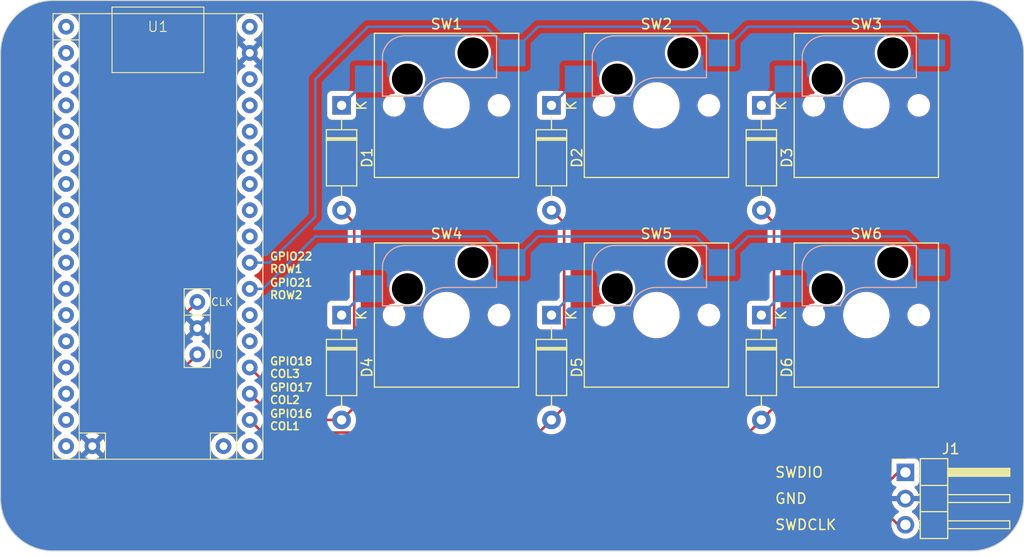
<source format=kicad_pcb>
(kicad_pcb (version 20221018) (generator pcbnew)
  (layers (0 "F.Cu" signal) (31 "B.Cu" signal) (34 "B.Paste" user) (35 "F.Paste" user) (36 "B.SilkS" user "B.Silkscreen") (37 "F.SilkS" user "F.Silkscreen") (38 "B.Mask" user) (39 "F.Mask" user) (44 "Edge.Cuts" user))
  (net 0 "")
  (net 1 "Net-(D1-K)")
  (net 2 "/COL1")
  (net 3 "Net-(D2-K)")
  (net 4 "/COL2")
  (net 5 "Net-(D3-K)")
  (net 6 "/COL3")
  (net 7 "Net-(D4-K)")
  (net 8 "Net-(D5-K)")
  (net 9 "Net-(D6-K)")
  (net 10 "/SWDIO")
  (net 11 "GND")
  (net 12 "/SWDCLK")
  (net 13 "/ROW1")
  (net 14 "/ROW2")
  (footprint "Diode_THT:D_A-405_P10.16mm_Horizontal" (layer "F.Cu") (at 175.26 91.44 -90)
    (fp_text reference "D3" (at 5.08 -2.47 90) (layer "F.SilkS"))
    (fp_text value "D")
    (fp_text user "K" (at 0 -1.9 90) (layer "F.SilkS"))
    (fp_line (start 1.14 0) (end 2.36 0) (stroke (width 0.12)) (layer "F.SilkS"))
    (fp_line (start 2.36 -1.47) (end 2.36 1.47) (stroke (width 0.12)) (layer "F.SilkS"))
    (fp_line (start 2.36 1.47) (end 7.8 1.47) (stroke (width 0.12)) (layer "F.SilkS"))
    (fp_line (start 3.14 -1.47) (end 3.14 1.47) (stroke (width 0.12)) (layer "F.SilkS"))
    (fp_line (start 3.26 -1.47) (end 3.26 1.47) (stroke (width 0.12)) (layer "F.SilkS"))
    (fp_line (start 3.38 -1.47) (end 3.38 1.47) (stroke (width 0.12)) (layer "F.SilkS"))
    (fp_line (start 7.8 -1.47) (end 2.36 -1.47) (stroke (width 0.12)) (layer "F.SilkS"))
    (fp_line (start 7.8 1.47) (end 7.8 -1.47) (stroke (width 0.12)) (layer "F.SilkS"))
    (fp_line (start 9.02 0) (end 7.8 0) (stroke (width 0.12)) (layer "F.SilkS"))
    (pad "1" thru_hole rect (at 0 0 270) (size 1.8 1.8) (drill 0.9) (layers "*.Cu" "*.Mask") (net 5 "Net-(D3-K)"))
    (pad "2" thru_hole oval (at 10.16 0 270) (size 1.8 1.8) (drill 0.9) (layers "*.Cu" "*.Mask") (net 6 "/COL3"))
  )
  (footprint "Keyboard_Switch:SW_Cherry_MX_1.00u_Socket" (layer "F.Cu") (at 187.96 106.68)
    (fp_text reference "SW6" (at -2.54 -2.794) (layer "F.SilkS"))
    (fp_text value "SW_Push")
    (fp_line (start -8.74408 4.185536) (end -8.74408 0.244744) (stroke (width 0.12)) (layer "B.SilkS"))
    (fp_line (start -8.74408 4.185536) (end -5.06108 4.181744) (stroke (width 0.12)) (layer "B.SilkS"))
    (fp_line (start -2.52108 2.403744) (end 2.30492 2.403744) (stroke (width 0.12)) (layer "B.SilkS"))
    (fp_line (start 2.30492 -1.660256) (end -6.58508 -1.660256) (stroke (width 0.12)) (layer "B.SilkS"))
    (fp_line (start 2.30492 2.403744) (end 2.30492 -1.660256) (stroke (width 0.12)) (layer "B.SilkS"))
    (fp_arc (start -8.74408 0.244744) (mid -8.018786 -1.10919) (end -6.58508 -1.660256) (stroke (width 0.12)) (layer "B.SilkS"))
    (fp_arc (start -5.06108 4.181744) (mid -4.074771 2.887471) (end -2.52108 2.403744) (stroke (width 0.12)) (layer "B.SilkS"))
    (fp_line (start -9.525 -1.905) (end 4.445 -1.905) (stroke (width 0.12)) (layer "F.SilkS"))
    (fp_line (start -9.525 12.065) (end -9.525 -1.905) (stroke (width 0.12)) (layer "F.SilkS"))
    (fp_line (start 4.445 -1.905) (end 4.445 12.065) (stroke (width 0.12)) (layer "F.SilkS"))
    (fp_line (start 4.445 12.065) (end -9.525 12.065) (stroke (width 0.12)) (layer "F.SilkS"))
    (pad "" np_thru_hole circle (at -7.62 5.08) (size 1.7 1.7) (drill 1.7) (layers "*.Cu" "*.Mask"))
    (pad "" np_thru_hole circle (at -6.33108 2.530744 180) (size 3 3) (drill 3) (layers "*.Mask"))
    (pad "" np_thru_hole circle (at -2.54 5.08) (size 4 4) (drill 4) (layers "*.Cu" "*.Mask"))
    (pad "" np_thru_hole circle (at 0.01892 -0.009256 180) (size 3 3) (drill 3) (layers "*.Mask"))
    (pad "" np_thru_hole circle (at 2.54 5.08) (size 1.7 1.7) (drill 1.7) (layers "*.Cu" "*.Mask"))
    (pad "1" smd rect (at 3.79392 -0.009256 180) (size 2.6 2.6) (layers "B.Cu" "B.Paste" "B.Mask") (net 14 "/ROW2"))
    (pad "2" smd rect (at -10.10608 2.530744 180) (size 2.6 2.6) (layers "B.Cu" "B.Paste" "B.Mask") (net 9 "Net-(D6-K)"))
  )
  (footprint "Diode_THT:D_A-405_P10.16mm_Horizontal" (layer "F.Cu") (at 175.26 111.76 -90)
    (fp_text reference "D6" (at 5.08 -2.47 90) (layer "F.SilkS"))
    (fp_text value "D")
    (fp_text user "K" (at 0 -1.9 90) (layer "F.SilkS"))
    (fp_line (start 1.14 0) (end 2.36 0) (stroke (width 0.12)) (layer "F.SilkS"))
    (fp_line (start 2.36 -1.47) (end 2.36 1.47) (stroke (width 0.12)) (layer "F.SilkS"))
    (fp_line (start 2.36 1.47) (end 7.8 1.47) (stroke (width 0.12)) (layer "F.SilkS"))
    (fp_line (start 3.14 -1.47) (end 3.14 1.47) (stroke (width 0.12)) (layer "F.SilkS"))
    (fp_line (start 3.26 -1.47) (end 3.26 1.47) (stroke (width 0.12)) (layer "F.SilkS"))
    (fp_line (start 3.38 -1.47) (end 3.38 1.47) (stroke (width 0.12)) (layer "F.SilkS"))
    (fp_line (start 7.8 -1.47) (end 2.36 -1.47) (stroke (width 0.12)) (layer "F.SilkS"))
    (fp_line (start 7.8 1.47) (end 7.8 -1.47) (stroke (width 0.12)) (layer "F.SilkS"))
    (fp_line (start 9.02 0) (end 7.8 0) (stroke (width 0.12)) (layer "F.SilkS"))
    (pad "1" thru_hole rect (at 0 0 270) (size 1.8 1.8) (drill 0.9) (layers "*.Cu" "*.Mask") (net 9 "Net-(D6-K)"))
    (pad "2" thru_hole oval (at 10.16 0 270) (size 1.8 1.8) (drill 0.9) (layers "*.Cu" "*.Mask") (net 6 "/COL3"))
  )
  (footprint "Keyboard_Switch:SW_Cherry_MX_1.00u_Socket" (layer "F.Cu") (at 167.64 86.36)
    (fp_text reference "SW2" (at -2.54 -2.794) (layer "F.SilkS"))
    (fp_text value "SW_Push")
    (fp_line (start -8.74408 4.185536) (end -8.74408 0.244744) (stroke (width 0.12)) (layer "B.SilkS"))
    (fp_line (start -8.74408 4.185536) (end -5.06108 4.181744) (stroke (width 0.12)) (layer "B.SilkS"))
    (fp_line (start -2.52108 2.403744) (end 2.30492 2.403744) (stroke (width 0.12)) (layer "B.SilkS"))
    (fp_line (start 2.30492 -1.660256) (end -6.58508 -1.660256) (stroke (width 0.12)) (layer "B.SilkS"))
    (fp_line (start 2.30492 2.403744) (end 2.30492 -1.660256) (stroke (width 0.12)) (layer "B.SilkS"))
    (fp_arc (start -8.74408 0.244744) (mid -8.018786 -1.10919) (end -6.58508 -1.660256) (stroke (width 0.12)) (layer "B.SilkS"))
    (fp_arc (start -5.06108 4.181744) (mid -4.074771 2.887471) (end -2.52108 2.403744) (stroke (width 0.12)) (layer "B.SilkS"))
    (fp_line (start -9.525 -1.905) (end 4.445 -1.905) (stroke (width 0.12)) (layer "F.SilkS"))
    (fp_line (start -9.525 12.065) (end -9.525 -1.905) (stroke (width 0.12)) (layer "F.SilkS"))
    (fp_line (start 4.445 -1.905) (end 4.445 12.065) (stroke (width 0.12)) (layer "F.SilkS"))
    (fp_line (start 4.445 12.065) (end -9.525 12.065) (stroke (width 0.12)) (layer "F.SilkS"))
    (pad "" np_thru_hole circle (at -7.62 5.08) (size 1.7 1.7) (drill 1.7) (layers "*.Cu" "*.Mask"))
    (pad "" np_thru_hole circle (at -6.33108 2.530744 180) (size 3 3) (drill 3) (layers "*.Mask"))
    (pad "" np_thru_hole circle (at -2.54 5.08) (size 4 4) (drill 4) (layers "*.Cu" "*.Mask"))
    (pad "" np_thru_hole circle (at 0.01892 -0.009256 180) (size 3 3) (drill 3) (layers "*.Mask"))
    (pad "" np_thru_hole circle (at 2.54 5.08) (size 1.7 1.7) (drill 1.7) (layers "*.Cu" "*.Mask"))
    (pad "1" smd rect (at 3.79392 -0.009256 180) (size 2.6 2.6) (layers "B.Cu" "B.Paste" "B.Mask") (net 13 "/ROW1"))
    (pad "2" smd rect (at -10.10608 2.530744 180) (size 2.6 2.6) (layers "B.Cu" "B.Paste" "B.Mask") (net 3 "Net-(D2-K)"))
  )
  (footprint "Keyboard_Switch:SW_Cherry_MX_1.00u_Socket" (layer "F.Cu") (at 187.96 86.36)
    (fp_text reference "SW3" (at -2.54 -2.794) (layer "F.SilkS"))
    (fp_text value "SW_Push")
    (fp_line (start -8.74408 4.185536) (end -8.74408 0.244744) (stroke (width 0.12)) (layer "B.SilkS"))
    (fp_line (start -8.74408 4.185536) (end -5.06108 4.181744) (stroke (width 0.12)) (layer "B.SilkS"))
    (fp_line (start -2.52108 2.403744) (end 2.30492 2.403744) (stroke (width 0.12)) (layer "B.SilkS"))
    (fp_line (start 2.30492 -1.660256) (end -6.58508 -1.660256) (stroke (width 0.12)) (layer "B.SilkS"))
    (fp_line (start 2.30492 2.403744) (end 2.30492 -1.660256) (stroke (width 0.12)) (layer "B.SilkS"))
    (fp_arc (start -8.74408 0.244744) (mid -8.018786 -1.10919) (end -6.58508 -1.660256) (stroke (width 0.12)) (layer "B.SilkS"))
    (fp_arc (start -5.06108 4.181744) (mid -4.074771 2.887471) (end -2.52108 2.403744) (stroke (width 0.12)) (layer "B.SilkS"))
    (fp_line (start -9.525 -1.905) (end 4.445 -1.905) (stroke (width 0.12)) (layer "F.SilkS"))
    (fp_line (start -9.525 12.065) (end -9.525 -1.905) (stroke (width 0.12)) (layer "F.SilkS"))
    (fp_line (start 4.445 -1.905) (end 4.445 12.065) (stroke (width 0.12)) (layer "F.SilkS"))
    (fp_line (start 4.445 12.065) (end -9.525 12.065) (stroke (width 0.12)) (layer "F.SilkS"))
    (pad "" np_thru_hole circle (at -7.62 5.08) (size 1.7 1.7) (drill 1.7) (layers "*.Cu" "*.Mask"))
    (pad "" np_thru_hole circle (at -6.33108 2.530744 180) (size 3 3) (drill 3) (layers "*.Mask"))
    (pad "" np_thru_hole circle (at -2.54 5.08) (size 4 4) (drill 4) (layers "*.Cu" "*.Mask"))
    (pad "" np_thru_hole circle (at 0.01892 -0.009256 180) (size 3 3) (drill 3) (layers "*.Mask"))
    (pad "" np_thru_hole circle (at 2.54 5.08) (size 1.7 1.7) (drill 1.7) (layers "*.Cu" "*.Mask"))
    (pad "1" smd rect (at 3.79392 -0.009256 180) (size 2.6 2.6) (layers "B.Cu" "B.Paste" "B.Mask") (net 13 "/ROW1"))
    (pad "2" smd rect (at -10.10608 2.530744 180) (size 2.6 2.6) (layers "B.Cu" "B.Paste" "B.Mask") (net 5 "Net-(D3-K)"))
  )
  (footprint "Diode_THT:D_A-405_P10.16mm_Horizontal" (layer "F.Cu") (at 154.94 91.44 -90)
    (fp_text reference "D2" (at 5.08 -2.47 90) (layer "F.SilkS"))
    (fp_text value "D")
    (fp_text user "K" (at 0 -1.9 90) (layer "F.SilkS"))
    (fp_line (start 1.14 0) (end 2.36 0) (stroke (width 0.12)) (layer "F.SilkS"))
    (fp_line (start 2.36 -1.47) (end 2.36 1.47) (stroke (width 0.12)) (layer "F.SilkS"))
    (fp_line (start 2.36 1.47) (end 7.8 1.47) (stroke (width 0.12)) (layer "F.SilkS"))
    (fp_line (start 3.14 -1.47) (end 3.14 1.47) (stroke (width 0.12)) (layer "F.SilkS"))
    (fp_line (start 3.26 -1.47) (end 3.26 1.47) (stroke (width 0.12)) (layer "F.SilkS"))
    (fp_line (start 3.38 -1.47) (end 3.38 1.47) (stroke (width 0.12)) (layer "F.SilkS"))
    (fp_line (start 7.8 -1.47) (end 2.36 -1.47) (stroke (width 0.12)) (layer "F.SilkS"))
    (fp_line (start 7.8 1.47) (end 7.8 -1.47) (stroke (width 0.12)) (layer "F.SilkS"))
    (fp_line (start 9.02 0) (end 7.8 0) (stroke (width 0.12)) (layer "F.SilkS"))
    (pad "1" thru_hole rect (at 0 0 270) (size 1.8 1.8) (drill 0.9) (layers "*.Cu" "*.Mask") (net 3 "Net-(D2-K)"))
    (pad "2" thru_hole oval (at 10.16 0 270) (size 1.8 1.8) (drill 0.9) (layers "*.Cu" "*.Mask") (net 4 "/COL2"))
  )
  (footprint "Connector_PinHeader_2.54mm:PinHeader_1x03_P2.54mm_Horizontal" (layer "F.Cu") (at 189.204664 127)
    (fp_text reference "J1" (at 4.385 -2.27) (layer "F.SilkS"))
    (fp_text value "Conn_01x03_Pin")
    (fp_line (start -1.27 -1.27) (end 0 -1.27) (stroke (width 0.12)) (layer "F.SilkS"))
    (fp_line (start -1.27 0) (end -1.27 -1.27) (stroke (width 0.12)) (layer "F.SilkS"))
    (fp_line (start 1.042929 2.16) (end 1.44 2.16) (stroke (width 0.12)) (layer "F.SilkS"))
    (fp_line (start 1.042929 2.92) (end 1.44 2.92) (stroke (width 0.12)) (layer "F.SilkS"))
    (fp_line (start 1.042929 4.7) (end 1.44 4.7) (stroke (width 0.12)) (layer "F.SilkS"))
    (fp_line (start 1.042929 5.46) (end 1.44 5.46) (stroke (width 0.12)) (layer "F.SilkS"))
    (fp_line (start 1.11 -0.38) (end 1.44 -0.38) (stroke (width 0.12)) (layer "F.SilkS"))
    (fp_line (start 1.11 0.38) (end 1.44 0.38) (stroke (width 0.12)) (layer "F.SilkS"))
    (fp_line (start 1.44 -1.33) (end 1.44 6.41) (stroke (width 0.12)) (layer "F.SilkS"))
    (fp_line (start 1.44 1.27) (end 4.1 1.27) (stroke (width 0.12)) (layer "F.SilkS"))
    (fp_line (start 1.44 3.81) (end 4.1 3.81) (stroke (width 0.12)) (layer "F.SilkS"))
    (fp_line (start 1.44 6.41) (end 4.1 6.41) (stroke (width 0.12)) (layer "F.SilkS"))
    (fp_line (start 4.1 -1.33) (end 1.44 -1.33) (stroke (width 0.12)) (layer "F.SilkS"))
    (fp_line (start 4.1 -0.38) (end 10.1 -0.38) (stroke (width 0.12)) (layer "F.SilkS"))
    (fp_line (start 4.1 -0.32) (end 10.1 -0.32) (stroke (width 0.12)) (layer "F.SilkS"))
    (fp_line (start 4.1 -0.2) (end 10.1 -0.2) (stroke (width 0.12)) (layer "F.SilkS"))
    (fp_line (start 4.1 -0.08) (end 10.1 -0.08) (stroke (width 0.12)) (layer "F.SilkS"))
    (fp_line (start 4.1 0.04) (end 10.1 0.04) (stroke (width 0.12)) (layer "F.SilkS"))
    (fp_line (start 4.1 0.16) (end 10.1 0.16) (stroke (width 0.12)) (layer "F.SilkS"))
    (fp_line (start 4.1 0.28) (end 10.1 0.28) (stroke (width 0.12)) (layer "F.SilkS"))
    (fp_line (start 4.1 2.16) (end 10.1 2.16) (stroke (width 0.12)) (layer "F.SilkS"))
    (fp_line (start 4.1 4.7) (end 10.1 4.7) (stroke (width 0.12)) (layer "F.SilkS"))
    (fp_line (start 4.1 6.41) (end 4.1 -1.33) (stroke (width 0.12)) (layer "F.SilkS"))
    (fp_line (start 10.1 -0.38) (end 10.1 0.38) (stroke (width 0.12)) (layer "F.SilkS"))
    (fp_line (start 10.1 0.38) (end 4.1 0.38) (stroke (width 0.12)) (layer "F.SilkS"))
    (fp_line (start 10.1 2.16) (end 10.1 2.92) (stroke (width 0.12)) (layer "F.SilkS"))
    (fp_line (start 10.1 2.92) (end 4.1 2.92) (stroke (width 0.12)) (layer "F.SilkS"))
    (fp_line (start 10.1 4.7) (end 10.1 5.46) (stroke (width 0.12)) (layer "F.SilkS"))
    (fp_line (start 10.1 5.46) (end 4.1 5.46) (stroke (width 0.12)) (layer "F.SilkS"))
    (pad "1" thru_hole rect (at 0 0) (size 1.7 1.7) (drill 1) (layers "*.Cu" "*.Mask") (net 10 "/SWDIO"))
    (pad "2" thru_hole oval (at 0 2.54) (size 1.7 1.7) (drill 1) (layers "*.Cu" "*.Mask") (net 11 "GND"))
    (pad "3" thru_hole oval (at 0 5.08) (size 1.7 1.7) (drill 1) (layers "*.Cu" "*.Mask") (net 12 "/SWDCLK"))
  )
  (footprint "Keyboard_Switch:SW_Cherry_MX_1.00u_Socket" (layer "F.Cu") (at 147.32 106.68)
    (fp_text reference "SW4" (at -2.54 -2.794) (layer "F.SilkS"))
    (fp_text value "SW_Push")
    (fp_line (start -8.74408 4.185536) (end -8.74408 0.244744) (stroke (width 0.12)) (layer "B.SilkS"))
    (fp_line (start -8.74408 4.185536) (end -5.06108 4.181744) (stroke (width 0.12)) (layer "B.SilkS"))
    (fp_line (start -2.52108 2.403744) (end 2.30492 2.403744) (stroke (width 0.12)) (layer "B.SilkS"))
    (fp_line (start 2.30492 -1.660256) (end -6.58508 -1.660256) (stroke (width 0.12)) (layer "B.SilkS"))
    (fp_line (start 2.30492 2.403744) (end 2.30492 -1.660256) (stroke (width 0.12)) (layer "B.SilkS"))
    (fp_arc (start -8.74408 0.244744) (mid -8.018786 -1.10919) (end -6.58508 -1.660256) (stroke (width 0.12)) (layer "B.SilkS"))
    (fp_arc (start -5.06108 4.181744) (mid -4.074771 2.887471) (end -2.52108 2.403744) (stroke (width 0.12)) (layer "B.SilkS"))
    (fp_line (start -9.525 -1.905) (end 4.445 -1.905) (stroke (width 0.12)) (layer "F.SilkS"))
    (fp_line (start -9.525 12.065) (end -9.525 -1.905) (stroke (width 0.12)) (layer "F.SilkS"))
    (fp_line (start 4.445 -1.905) (end 4.445 12.065) (stroke (width 0.12)) (layer "F.SilkS"))
    (fp_line (start 4.445 12.065) (end -9.525 12.065) (stroke (width 0.12)) (layer "F.SilkS"))
    (pad "" np_thru_hole circle (at -7.62 5.08) (size 1.7 1.7) (drill 1.7) (layers "*.Cu" "*.Mask"))
    (pad "" np_thru_hole circle (at -6.33108 2.530744 180) (size 3 3) (drill 3) (layers "*.Mask"))
    (pad "" np_thru_hole circle (at -2.54 5.08) (size 4 4) (drill 4) (layers "*.Cu" "*.Mask"))
    (pad "" np_thru_hole circle (at 0.01892 -0.009256 180) (size 3 3) (drill 3) (layers "*.Mask"))
    (pad "" np_thru_hole circle (at 2.54 5.08) (size 1.7 1.7) (drill 1.7) (layers "*.Cu" "*.Mask"))
    (pad "1" smd rect (at 3.79392 -0.009256 180) (size 2.6 2.6) (layers "B.Cu" "B.Paste" "B.Mask") (net 14 "/ROW2"))
    (pad "2" smd rect (at -10.10608 2.530744 180) (size 2.6 2.6) (layers "B.Cu" "B.Paste" "B.Mask") (net 7 "Net-(D4-K)"))
  )
  (footprint "Diode_THT:D_A-405_P10.16mm_Horizontal" (layer "F.Cu") (at 134.62 111.76 -90)
    (fp_text reference "D4" (at 5.08 -2.47 90) (layer "F.SilkS"))
    (fp_text value "D")
    (fp_text user "K" (at 0 -1.9 90) (layer "F.SilkS"))
    (fp_line (start 1.14 0) (end 2.36 0) (stroke (width 0.12)) (layer "F.SilkS"))
    (fp_line (start 2.36 -1.47) (end 2.36 1.47) (stroke (width 0.12)) (layer "F.SilkS"))
    (fp_line (start 2.36 1.47) (end 7.8 1.47) (stroke (width 0.12)) (layer "F.SilkS"))
    (fp_line (start 3.14 -1.47) (end 3.14 1.47) (stroke (width 0.12)) (layer "F.SilkS"))
    (fp_line (start 3.26 -1.47) (end 3.26 1.47) (stroke (width 0.12)) (layer "F.SilkS"))
    (fp_line (start 3.38 -1.47) (end 3.38 1.47) (stroke (width 0.12)) (layer "F.SilkS"))
    (fp_line (start 7.8 -1.47) (end 2.36 -1.47) (stroke (width 0.12)) (layer "F.SilkS"))
    (fp_line (start 7.8 1.47) (end 7.8 -1.47) (stroke (width 0.12)) (layer "F.SilkS"))
    (fp_line (start 9.02 0) (end 7.8 0) (stroke (width 0.12)) (layer "F.SilkS"))
    (pad "1" thru_hole rect (at 0 0 270) (size 1.8 1.8) (drill 0.9) (layers "*.Cu" "*.Mask") (net 7 "Net-(D4-K)"))
    (pad "2" thru_hole oval (at 10.16 0 270) (size 1.8 1.8) (drill 0.9) (layers "*.Cu" "*.Mask") (net 2 "/COL1"))
  )
  (footprint "Keyboard_Switch:SW_Cherry_MX_1.00u_Socket" (layer "F.Cu") (at 167.64 106.68)
    (fp_text reference "SW5" (at -2.54 -2.794) (layer "F.SilkS"))
    (fp_text value "SW_Push")
    (fp_line (start -8.74408 4.185536) (end -8.74408 0.244744) (stroke (width 0.12)) (layer "B.SilkS"))
    (fp_line (start -8.74408 4.185536) (end -5.06108 4.181744) (stroke (width 0.12)) (layer "B.SilkS"))
    (fp_line (start -2.52108 2.403744) (end 2.30492 2.403744) (stroke (width 0.12)) (layer "B.SilkS"))
    (fp_line (start 2.30492 -1.660256) (end -6.58508 -1.660256) (stroke (width 0.12)) (layer "B.SilkS"))
    (fp_line (start 2.30492 2.403744) (end 2.30492 -1.660256) (stroke (width 0.12)) (layer "B.SilkS"))
    (fp_arc (start -8.74408 0.244744) (mid -8.018786 -1.10919) (end -6.58508 -1.660256) (stroke (width 0.12)) (layer "B.SilkS"))
    (fp_arc (start -5.06108 4.181744) (mid -4.074771 2.887471) (end -2.52108 2.403744) (stroke (width 0.12)) (layer "B.SilkS"))
    (fp_line (start -9.525 -1.905) (end 4.445 -1.905) (stroke (width 0.12)) (layer "F.SilkS"))
    (fp_line (start -9.525 12.065) (end -9.525 -1.905) (stroke (width 0.12)) (layer "F.SilkS"))
    (fp_line (start 4.445 -1.905) (end 4.445 12.065) (stroke (width 0.12)) (layer "F.SilkS"))
    (fp_line (start 4.445 12.065) (end -9.525 12.065) (stroke (width 0.12)) (layer "F.SilkS"))
    (pad "" np_thru_hole circle (at -7.62 5.08) (size 1.7 1.7) (drill 1.7) (layers "*.Cu" "*.Mask"))
    (pad "" np_thru_hole circle (at -6.33108 2.530744 180) (size 3 3) (drill 3) (layers "*.Mask"))
    (pad "" np_thru_hole circle (at -2.54 5.08) (size 4 4) (drill 4) (layers "*.Cu" "*.Mask"))
    (pad "" np_thru_hole circle (at 0.01892 -0.009256 180) (size 3 3) (drill 3) (layers "*.Mask"))
    (pad "" np_thru_hole circle (at 2.54 5.08) (size 1.7 1.7) (drill 1.7) (layers "*.Cu" "*.Mask"))
    (pad "1" smd rect (at 3.79392 -0.009256 180) (size 2.6 2.6) (layers "B.Cu" "B.Paste" "B.Mask") (net 14 "/ROW2"))
    (pad "2" smd rect (at -10.10608 2.530744 180) (size 2.6 2.6) (layers "B.Cu" "B.Paste" "B.Mask") (net 8 "Net-(D5-K)"))
  )
  (footprint "pico:AE-RP2040" (layer "F.Cu") (at 116.84 104.14)
    (fp_text reference "U1" (at 0 -20.32 unlocked) (layer "F.SilkS") (effects (font (thickness 0.1))))
    (fp_text value "~")
    (fp_text user "CLK" (at 5.08 6.35 unlocked) (layer "F.SilkS") (effects (font (size 0.75 0.75) (thickness 0.1)) (justify left)))
    (fp_text user "IO" (at 5.08 11.43 unlocked) (layer "F.SilkS") (effects (font (size 0.75 0.75) (thickness 0.1)) (justify left)))
    (fp_line (start -7.62 -21.59) (end -7.62 21.59) (stroke (width 0.1)) (layer "F.SilkS"))
    (fp_line (start -7.62 -19.05) (end -10.16 -19.05) (stroke (width 0.1)) (layer "F.SilkS"))
    (fp_line (start -5.08 19.05) (end -7.62 19.05) (stroke (width 0.1)) (layer "F.SilkS"))
    (fp_line (start -5.08 21.59) (end -5.08 19.05) (stroke (width 0.1)) (layer "F.SilkS"))
    (fp_line (start 2.54 5.08) (end 2.54 12.7) (stroke (width 0.1)) (layer "F.SilkS"))
    (fp_line (start 2.54 7.62) (end 5.08 7.62) (stroke (width 0.1)) (layer "F.SilkS"))
    (fp_line (start 2.54 12.7) (end 5.08 12.7) (stroke (width 0.1)) (layer "F.SilkS"))
    (fp_line (start 5.08 5.08) (end 2.54 5.08) (stroke (width 0.1)) (layer "F.SilkS"))
    (fp_line (start 5.08 12.7) (end 5.08 5.08) (stroke (width 0.1)) (layer "F.SilkS"))
    (fp_line (start 5.08 19.05) (end 5.08 21.59) (stroke (width 0.1)) (layer "F.SilkS"))
    (fp_line (start 7.62 -21.59) (end 7.62 21.59) (stroke (width 0.1)) (layer "F.SilkS"))
    (fp_line (start 7.62 19.05) (end 5.08 19.05) (stroke (width 0.1)) (layer "F.SilkS"))
    (fp_rect (start -10.16 -21.59) (end 10.16 21.59) (stroke (width 0.1)) (fill none) (layer "F.SilkS"))
    (fp_rect (start -4.445 -22.225) (end 4.445 -15.875) (stroke (width 0.1)) (fill none) (layer "F.SilkS"))
    (pad "1" thru_hole circle (at -8.89 -20.32) (size 1.524 1.524) (drill 0.762) (layers "*.Cu" "*.Mask"))
    (pad "2" thru_hole circle (at -8.89 -17.78) (size 1.524 1.524) (drill 0.762) (layers "*.Cu" "*.Mask"))
    (pad "3" thru_hole circle (at -8.89 -15.24) (size 1.524 1.524) (drill 0.762) (layers "*.Cu" "*.Mask"))
    (pad "4" thru_hole circle (at -8.89 -12.7) (size 1.524 1.524) (drill 0.762) (layers "*.Cu" "*.Mask"))
    (pad "5" thru_hole circle (at -8.89 -10.16) (size 1.524 1.524) (drill 0.762) (layers "*.Cu" "*.Mask"))
    (pad "6" thru_hole circle (at -8.89 -7.62) (size 1.524 1.524) (drill 0.762) (layers "*.Cu" "*.Mask"))
    (pad "7" thru_hole circle (at -8.89 -5.08) (size 1.524 1.524) (drill 0.762) (layers "*.Cu" "*.Mask"))
    (pad "8" thru_hole circle (at -8.89 -2.54) (size 1.524 1.524) (drill 0.762) (layers "*.Cu" "*.Mask"))
    (pad "9" thru_hole circle (at -8.89 0) (size 1.524 1.524) (drill 0.762) (layers "*.Cu" "*.Mask"))
    (pad "10" thru_hole circle (at -8.89 2.54) (size 1.524 1.524) (drill 0.762) (layers "*.Cu" "*.Mask"))
    (pad "11" thru_hole circle (at -8.89 5.08) (size 1.524 1.524) (drill 0.762) (layers "*.Cu" "*.Mask"))
    (pad "12" thru_hole circle (at -8.89 7.62) (size 1.524 1.524) (drill 0.762) (layers "*.Cu" "*.Mask"))
    (pad "13" thru_hole circle (at -8.89 10.16) (size 1.524 1.524) (drill 0.762) (layers "*.Cu" "*.Mask"))
    (pad "14" thru_hole circle (at -8.89 12.7) (size 1.524 1.524) (drill 0.762) (layers "*.Cu" "*.Mask"))
    (pad "15" thru_hole circle (at -8.89 15.24) (size 1.524 1.524) (drill 0.762) (layers "*.Cu" "*.Mask"))
    (pad "16" thru_hole circle (at -8.89 17.78) (size 1.524 1.524) (drill 0.762) (layers "*.Cu" "*.Mask"))
    (pad "17" thru_hole circle (at -8.89 20.32) (size 1.524 1.524) (drill 0.762) (layers "*.Cu" "*.Mask"))
    (pad "18" thru_hole circle (at 8.89 20.32) (size 1.524 1.524) (drill 0.762) (layers "*.Cu" "*.Mask"))
    (pad "19" thru_hole circle (at 8.89 17.78) (size 1.524 1.524) (drill 0.762) (layers "*.Cu" "*.Mask") (net 6 "/COL3"))
    (pad "20" thru_hole circle (at 8.89 15.24) (size 1.524 1.524) (drill 0.762) (layers "*.Cu" "*.Mask") (net 4 "/COL2"))
    (pad "21" thru_hole circle (at 8.89 12.7) (size 1.524 1.524) (drill 0.762) (layers "*.Cu" "*.Mask") (net 2 "/COL1"))
    (pad "22" thru_hole circle (at 8.89 10.16) (size 1.524 1.524) (drill 0.762) (layers "*.Cu" "*.Mask"))
    (pad "23" thru_hole circle (at 8.89 7.62) (size 1.524 1.524) (drill 0.762) (layers "*.Cu" "*.Mask"))
    (pad "24" thru_hole circle (at 8.89 5.08) (size 1.524 1.524) (drill 0.762) (layers "*.Cu" "*.Mask") (net 14 "/ROW2"))
    (pad "25" thru_hole circle (at 8.89 2.54) (size 1.524 1.524) (drill 0.762) (layers "*.Cu" "*.Mask") (net 13 "/ROW1"))
    (pad "26" thru_hole circle (at 8.89 0) (size 1.524 1.524) (drill 0.762) (layers "*.Cu" "*.Mask"))
    (pad "27" thru_hole circle (at 8.89 -2.54) (size 1.524 1.524) (drill 0.762) (layers "*.Cu" "*.Mask"))
    (pad "28" thru_hole circle (at 8.89 -5.08) (size 1.524 1.524) (drill 0.762) (layers "*.Cu" "*.Mask"))
    (pad "29" thru_hole circle (at 8.89 -7.62) (size 1.524 1.524) (drill 0.762) (layers "*.Cu" "*.Mask"))
    (pad "30" thru_hole circle (at 8.89 -10.16) (size 1.524 1.524) (drill 0.762) (layers "*.Cu" "*.Mask"))
    (pad "31" thru_hole circle (at 8.89 -12.7) (size 1.524 1.524) (drill 0.762) (layers "*.Cu" "*.Mask"))
    (pad "32" thru_hole circle (at 8.89 -15.24) (size 1.524 1.524) (drill 0.762) (layers "*.Cu" "*.Mask"))
    (pad "33" thru_hole circle (at 8.89 -17.78) (size 1.524 1.524) (drill 0.762) (layers "*.Cu" "*.Mask") (net 11 "GND"))
    (pad "34" thru_hole circle (at 8.89 -20.32) (size 1.524 1.524) (drill 0.762) (layers "*.Cu" "*.Mask"))
    (pad "35" thru_hole circle (at -6.35 20.32) (size 1.524 1.524) (drill 0.762) (layers "*.Cu" "*.Mask") (net 11 "GND"))
    (pad "36" thru_hole circle (at 3.81 6.35) (size 1.524 1.524) (drill 0.762) (layers "*.Cu" "*.Mask") (net 12 "/SWDCLK"))
    (pad "37" thru_hole circle (at 3.81 8.89) (size 1.524 1.524) (drill 0.762) (layers "*.Cu" "*.Mask") (net 11 "GND"))
    (pad "38" thru_hole circle (at 3.81 11.43) (size 1.524 1.524) (drill 0.762) (layers "*.Cu" "*.Mask") (net 10 "/SWDIO"))
    (pad "39" thru_hole circle (at 6.35 20.32) (size 1.524 1.524) (drill 0.762) (layers "*.Cu" "*.Mask"))
  )
  (footprint "Keyboard_Switch:SW_Cherry_MX_1.00u_Socket" (layer "F.Cu") (at 147.32 86.36)
    (fp_text reference "SW1" (at -2.54 -2.794) (layer "F.SilkS"))
    (fp_text value "SW_Push")
    (fp_line (start -8.74408 4.185536) (end -8.74408 0.244744) (stroke (width 0.12)) (layer "B.SilkS"))
    (fp_line (start -8.74408 4.185536) (end -5.06108 4.181744) (stroke (width 0.12)) (layer "B.SilkS"))
    (fp_line (start -2.52108 2.403744) (end 2.30492 2.403744) (stroke (width 0.12)) (layer "B.SilkS"))
    (fp_line (start 2.30492 -1.660256) (end -6.58508 -1.660256) (stroke (width 0.12)) (layer "B.SilkS"))
    (fp_line (start 2.30492 2.403744) (end 2.30492 -1.660256) (stroke (width 0.12)) (layer "B.SilkS"))
    (fp_arc (start -8.74408 0.244744) (mid -8.018786 -1.10919) (end -6.58508 -1.660256) (stroke (width 0.12)) (layer "B.SilkS"))
    (fp_arc (start -5.06108 4.181744) (mid -4.074771 2.887471) (end -2.52108 2.403744) (stroke (width 0.12)) (layer "B.SilkS"))
    (fp_line (start -9.525 -1.905) (end 4.445 -1.905) (stroke (width 0.12)) (layer "F.SilkS"))
    (fp_line (start -9.525 12.065) (end -9.525 -1.905) (stroke (width 0.12)) (layer "F.SilkS"))
    (fp_line (start 4.445 -1.905) (end 4.445 12.065) (stroke (width 0.12)) (layer "F.SilkS"))
    (fp_line (start 4.445 12.065) (end -9.525 12.065) (stroke (width 0.12)) (layer "F.SilkS"))
    (pad "" np_thru_hole circle (at -7.62 5.08) (size 1.7 1.7) (drill 1.7) (layers "*.Cu" "*.Mask"))
    (pad "" np_thru_hole circle (at -6.33108 2.530744 180) (size 3 3) (drill 3) (layers "*.Mask"))
    (pad "" np_thru_hole circle (at -2.54 5.08) (size 4 4) (drill 4) (layers "*.Cu" "*.Mask"))
    (pad "" np_thru_hole circle (at 0.01892 -0.009256 180) (size 3 3) (drill 3) (layers "*.Mask"))
    (pad "" np_thru_hole circle (at 2.54 5.08) (size 1.7 1.7) (drill 1.7) (layers "*.Cu" "*.Mask"))
    (pad "1" smd rect (at 3.79392 -0.009256 180) (size 2.6 2.6) (layers "B.Cu" "B.Paste" "B.Mask") (net 13 "/ROW1"))
    (pad "2" smd rect (at -10.10608 2.530744 180) (size 2.6 2.6) (layers "B.Cu" "B.Paste" "B.Mask") (net 1 "Net-(D1-K)"))
  )
  (footprint "Diode_THT:D_A-405_P10.16mm_Horizontal" (layer "F.Cu") (at 154.94 111.76 -90)
    (fp_text reference "D5" (at 5.08 -2.47 90) (layer "F.SilkS"))
    (fp_text value "D")
    (fp_text user "K" (at 0 -1.9 90) (layer "F.SilkS"))
    (fp_line (start 1.14 0) (end 2.36 0) (stroke (width 0.12)) (layer "F.SilkS"))
    (fp_line (start 2.36 -1.47) (end 2.36 1.47) (stroke (width 0.12)) (layer "F.SilkS"))
    (fp_line (start 2.36 1.47) (end 7.8 1.47) (stroke (width 0.12)) (layer "F.SilkS"))
    (fp_line (start 3.14 -1.47) (end 3.14 1.47) (stroke (width 0.12)) (layer "F.SilkS"))
    (fp_line (start 3.26 -1.47) (end 3.26 1.47) (stroke (width 0.12)) (layer "F.SilkS"))
    (fp_line (start 3.38 -1.47) (end 3.38 1.47) (stroke (width 0.12)) (layer "F.SilkS"))
    (fp_line (start 7.8 -1.47) (end 2.36 -1.47) (stroke (width 0.12)) (layer "F.SilkS"))
    (fp_line (start 7.8 1.47) (end 7.8 -1.47) (stroke (width 0.12)) (layer "F.SilkS"))
    (fp_line (start 9.02 0) (end 7.8 0) (stroke (width 0.12)) (layer "F.SilkS"))
    (pad "1" thru_hole rect (at 0 0 270) (size 1.8 1.8) (drill 0.9) (layers "*.Cu" "*.Mask") (net 8 "Net-(D5-K)"))
    (pad "2" thru_hole oval (at 10.16 0 270) (size 1.8 1.8) (drill 0.9) (layers "*.Cu" "*.Mask") (net 4 "/COL2"))
  )
  (footprint "Diode_THT:D_A-405_P10.16mm_Horizontal" (layer "F.Cu") (at 134.62 91.44 -90)
    (fp_text reference "D1" (at 5.08 -2.47 90) (layer "F.SilkS"))
    (fp_text value "D")
    (fp_text user "K" (at 0 -1.9 90) (layer "F.SilkS"))
    (fp_line (start 1.14 0) (end 2.36 0) (stroke (width 0.12)) (layer "F.SilkS"))
    (fp_line (start 2.36 -1.47) (end 2.36 1.47) (stroke (width 0.12)) (layer "F.SilkS"))
    (fp_line (start 2.36 1.47) (end 7.8 1.47) (stroke (width 0.12)) (layer "F.SilkS"))
    (fp_line (start 3.14 -1.47) (end 3.14 1.47) (stroke (width 0.12)) (layer "F.SilkS"))
    (fp_line (start 3.26 -1.47) (end 3.26 1.47) (stroke (width 0.12)) (layer "F.SilkS"))
    (fp_line (start 3.38 -1.47) (end 3.38 1.47) (stroke (width 0.12)) (layer "F.SilkS"))
    (fp_line (start 7.8 -1.47) (end 2.36 -1.47) (stroke (width 0.12)) (layer "F.SilkS"))
    (fp_line (start 7.8 1.47) (end 7.8 -1.47) (stroke (width 0.12)) (layer "F.SilkS"))
    (fp_line (start 9.02 0) (end 7.8 0) (stroke (width 0.12)) (layer "F.SilkS"))
    (pad "1" thru_hole rect (at 0 0 270) (size 1.8 1.8) (drill 0.9) (layers "*.Cu" "*.Mask") (net 1 "Net-(D1-K)"))
    (pad "2" thru_hole oval (at 10.16 0 270) (size 1.8 1.8) (drill 0.9) (layers "*.Cu" "*.Mask") (net 2 "/COL1"))
  )
  (gr_arc (start 200.66 129.54) (mid 199.172102 133.132102) (end 195.58 134.62) (stroke (width 0.1)) (layer "Edge.Cuts"))
  (gr_arc (start 101.6 86.36) (mid 103.087898 82.767898) (end 106.68 81.28) (stroke (width 0.1)) (layer "Edge.Cuts"))
  (gr_arc (start 195.58 81.28) (mid 199.172102 82.767898) (end 200.66 86.36) (stroke (width 0.1)) (layer "Edge.Cuts"))
  (gr_line (start 195.58 134.62) (end 106.68 134.62) (stroke (width 0.1)) (layer "Edge.Cuts"))
  (gr_arc (start 106.68 134.62) (mid 103.087898 133.132102) (end 101.6 129.54) (stroke (width 0.1)) (layer "Edge.Cuts"))
  (gr_line (start 101.6 129.54) (end 101.6 86.36) (stroke (width 0.1)) (layer "Edge.Cuts"))
  (gr_line (start 200.66 129.54) (end 200.66 86.36) (stroke (width 0.1)) (layer "Edge.Cuts"))
  (gr_line (start 106.68 81.28) (end 195.58 81.28) (stroke (width 0.1)) (layer "Edge.Cuts"))
  (gr_text "GPIO16\nCOL1" (at 127.609664 121.92) (layer "F.SilkS") (effects (font (size 0.75 0.75)) (justify left)))
  (gr_text "GND" (at 176.504664 129.54) (layer "F.SilkS") (effects (font (size 1 1)) (justify left)))
  (gr_text "SWDCLK" (at 176.504664 132.08) (layer "F.SilkS") (effects (font (size 1 1)) (justify left)))
  (gr_text "GPIO21\nROW2" (at 127.609664 109.22) (layer "F.SilkS") (effects (font (size 0.75 0.75)) (justify left)))
  (gr_text "GPIO22\nROW1" (at 127.609664 106.68) (layer "F.SilkS") (effects (font (size 0.75 0.75)) (justify left)))
  (gr_text "GPIO17\nCOL2" (at 127.609664 119.38) (layer "F.SilkS") (effects (font (size 0.75 0.75)) (justify left)))
  (gr_text "GPIO18\nCOL3" (at 127.609664 116.84) (layer "F.SilkS") (effects (font (size 0.75 0.75)) (justify left)))
  (gr_text "SWDIO" (at 176.504664 127) (layer "F.SilkS") (effects (font (size 1 1)) (justify left)))
  (segment (start 137.21392 88.890744) (end 137.169256 88.890744) (width 0.25) (layer "B.Cu") (net 1))
  (segment (start 137.169256 88.890744) (end 134.62 91.44) (width 0.25) (layer "B.Cu") (net 1))
  (segment (start 135.845 120.695) (end 134.62 121.92) (width 0.25) (layer "F.Cu") (net 2))
  (segment (start 135.845 102.825) (end 135.845 120.695) (width 0.25) (layer "F.Cu") (net 2))
  (segment (start 134.62 101.6) (end 135.845 102.825) (width 0.25) (layer "F.Cu") (net 2))
  (segment (start 130.81 121.92) (end 125.73 116.84) (width 0.25) (layer "F.Cu") (net 2))
  (segment (start 134.62 121.92) (end 130.81 121.92) (width 0.25) (layer "F.Cu") (net 2))
  (segment (start 157.53392 88.890744) (end 157.489256 88.890744) (width 0.25) (layer "B.Cu") (net 3))
  (segment (start 157.489256 88.890744) (end 154.94 91.44) (width 0.25) (layer "B.Cu") (net 3))
  (segment (start 154.94 101.6) (end 156.165 102.825) (width 0.25) (layer "F.Cu") (net 4))
  (segment (start 156.165 102.825) (end 156.165 120.695) (width 0.25) (layer "F.Cu") (net 4))
  (segment (start 129.495 123.145) (end 153.715 123.145) (width 0.25) (layer "F.Cu") (net 4))
  (segment (start 153.715 123.145) (end 154.94 121.92) (width 0.25) (layer "F.Cu") (net 4))
  (segment (start 125.73 119.38) (end 129.495 123.145) (width 0.25) (layer "F.Cu") (net 4))
  (segment (start 156.165 120.695) (end 154.94 121.92) (width 0.25) (layer "F.Cu") (net 4))
  (segment (start 177.809256 88.890744) (end 175.26 91.44) (width 0.25) (layer "B.Cu") (net 5))
  (segment (start 177.85392 88.890744) (end 177.809256 88.890744) (width 0.25) (layer "B.Cu") (net 5))
  (segment (start 172.72 124.46) (end 175.26 121.92) (width 0.25) (layer "F.Cu") (net 6))
  (segment (start 125.73 121.92) (end 128.27 124.46) (width 0.25) (layer "F.Cu") (net 6))
  (segment (start 176.485 102.825) (end 176.485 120.695) (width 0.25) (layer "F.Cu") (net 6))
  (segment (start 176.485 120.695) (end 175.26 121.92) (width 0.25) (layer "F.Cu") (net 6))
  (segment (start 128.27 124.46) (end 172.72 124.46) (width 0.25) (layer "F.Cu") (net 6))
  (segment (start 175.26 101.6) (end 176.485 102.825) (width 0.25) (layer "F.Cu") (net 6))
  (segment (start 137.169256 109.210744) (end 134.62 111.76) (width 0.25) (layer "B.Cu") (net 7))
  (segment (start 137.21392 109.210744) (end 137.169256 109.210744) (width 0.25) (layer "B.Cu") (net 7))
  (segment (start 157.53392 109.210744) (end 157.489256 109.210744) (width 0.25) (layer "B.Cu") (net 8))
  (segment (start 157.489256 109.210744) (end 154.94 111.76) (width 0.25) (layer "B.Cu") (net 8))
  (segment (start 177.85392 109.210744) (end 177.809256 109.210744) (width 0.25) (layer "B.Cu") (net 9))
  (segment (start 177.809256 109.210744) (end 175.26 111.76) (width 0.25) (layer "B.Cu") (net 9))
  (segment (start 121.92 129.54) (end 119.38 127) (width 0.25) (layer "F.Cu") (net 10))
  (segment (start 188.484664 127.015) (end 185.959664 129.54) (width 0.25) (layer "F.Cu") (net 10))
  (segment (start 185.959664 129.54) (end 121.92 129.54) (width 0.25) (layer "F.Cu") (net 10))
  (segment (start 119.38 116.84) (end 120.65 115.57) (width 0.25) (layer "F.Cu") (net 10))
  (segment (start 119.38 127) (end 119.38 116.84) (width 0.25) (layer "F.Cu") (net 10))
  (segment (start 189.204664 127.015) (end 188.484664 127.015) (width 0.25) (layer "F.Cu") (net 10))
  (segment (start 188.514664 132.095) (end 186.409664 129.99) (width 0.25) (layer "F.Cu") (net 12))
  (segment (start 118.93 112.21) (end 120.65 110.49) (width 0.25) (layer "F.Cu") (net 12))
  (segment (start 118.93 127.186396) (end 118.93 112.21) (width 0.25) (layer "F.Cu") (net 12))
  (segment (start 121.733604 129.99) (end 118.93 127.186396) (width 0.25) (layer "F.Cu") (net 12))
  (segment (start 189.204664 132.095) (end 188.514664 132.095) (width 0.25) (layer "F.Cu") (net 12))
  (segment (start 186.409664 129.99) (end 121.733604 129.99) (width 0.25) (layer "F.Cu") (net 12))
  (segment (start 189.223176 83.82) (end 173.964664 83.82) (width 0.25) (layer "B.Cu") (net 13))
  (segment (start 148.583176 83.82) (end 151.11392 86.350744) (width 0.25) (layer "B.Cu") (net 13))
  (segment (start 132.08 88.9) (end 137.16 83.82) (width 0.25) (layer "B.Cu") (net 13))
  (segment (start 173.964664 83.82) (end 171.43392 86.350744) (width 0.25) (layer "B.Cu") (net 13))
  (segment (start 168.903176 83.82) (end 153.644664 83.82) (width 0.25) (layer "B.Cu") (net 13))
  (segment (start 191.75392 86.350744) (end 189.223176 83.82) (width 0.25) (layer "B.Cu") (net 13))
  (segment (start 137.16 83.82) (end 148.583176 83.82) (width 0.25) (layer "B.Cu") (net 13))
  (segment (start 127.635 106.68) (end 132.08 102.235) (width 0.25) (layer "B.Cu") (net 13))
  (segment (start 171.43392 86.350744) (end 168.903176 83.82) (width 0.25) (layer "B.Cu") (net 13))
  (segment (start 132.08 102.235) (end 132.08 88.9) (width 0.25) (layer "B.Cu") (net 13))
  (segment (start 125.73 106.68) (end 127.635 106.68) (width 0.25) (layer "B.Cu") (net 13))
  (segment (start 153.644664 83.82) (end 151.11392 86.350744) (width 0.25) (layer "B.Cu") (net 13))
  (segment (start 189.223176 104.14) (end 191.75392 106.670744) (width 0.25) (layer "B.Cu") (net 14))
  (segment (start 151.11392 106.670744) (end 153.644664 104.14) (width 0.25) (layer "B.Cu") (net 14))
  (segment (start 148.583176 104.14) (end 132.08 104.14) (width 0.25) (layer "B.Cu") (net 14))
  (segment (start 151.11392 106.670744) (end 148.583176 104.14) (width 0.25) (layer "B.Cu") (net 14))
  (segment (start 171.43392 106.670744) (end 173.964664 104.14) (width 0.25) (layer "B.Cu") (net 14))
  (segment (start 153.644664 104.14) (end 168.903176 104.14) (width 0.25) (layer "B.Cu") (net 14))
  (segment (start 127 109.22) (end 125.73 109.22) (width 0.25) (layer "B.Cu") (net 14))
  (segment (start 132.08 104.14) (end 127 109.22) (width 0.25) (layer "B.Cu") (net 14))
  (segment (start 173.964664 104.14) (end 189.223176 104.14) (width 0.25) (layer "B.Cu") (net 14))
  (segment (start 168.903176 104.14) (end 171.43392 106.670744) (width 0.25) (layer "B.Cu") (net 14))
  (zone (net 11) (net_name "GND") (layers "F&B.Cu") (connect_pads (clearance 0.5)) (min_thickness 0.25) (fill yes (thermal_gap 0.5) (thermal_bridge_width 0.5))
    (polygon (pts (xy 200.66 134.62) (xy 200.66 81.28) (xy 101.6 81.28) (xy 101.6 134.62)))
  )
)
</source>
